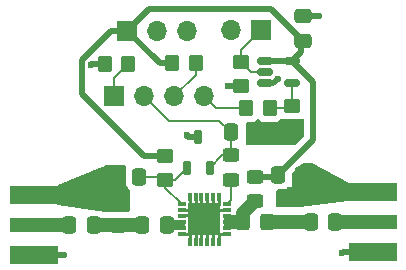
<source format=gtl>
%TF.GenerationSoftware,KiCad,Pcbnew,8.0.8*%
%TF.CreationDate,2025-02-12T15:11:31-05:00*%
%TF.ProjectId,pa-test-board,70612d74-6573-4742-9d62-6f6172642e6b,rev?*%
%TF.SameCoordinates,Original*%
%TF.FileFunction,Copper,L1,Top*%
%TF.FilePolarity,Positive*%
%FSLAX46Y46*%
G04 Gerber Fmt 4.6, Leading zero omitted, Abs format (unit mm)*
G04 Created by KiCad (PCBNEW 8.0.8) date 2025-02-12 15:11:31*
%MOMM*%
%LPD*%
G01*
G04 APERTURE LIST*
G04 Aperture macros list*
%AMRoundRect*
0 Rectangle with rounded corners*
0 $1 Rounding radius*
0 $2 $3 $4 $5 $6 $7 $8 $9 X,Y pos of 4 corners*
0 Add a 4 corners polygon primitive as box body*
4,1,4,$2,$3,$4,$5,$6,$7,$8,$9,$2,$3,0*
0 Add four circle primitives for the rounded corners*
1,1,$1+$1,$2,$3*
1,1,$1+$1,$4,$5*
1,1,$1+$1,$6,$7*
1,1,$1+$1,$8,$9*
0 Add four rect primitives between the rounded corners*
20,1,$1+$1,$2,$3,$4,$5,0*
20,1,$1+$1,$4,$5,$6,$7,0*
20,1,$1+$1,$6,$7,$8,$9,0*
20,1,$1+$1,$8,$9,$2,$3,0*%
G04 Aperture macros list end*
%TA.AperFunction,SMDPad,CuDef*%
%ADD10RoundRect,0.250000X0.337500X0.475000X-0.337500X0.475000X-0.337500X-0.475000X0.337500X-0.475000X0*%
%TD*%
%TA.AperFunction,SMDPad,CuDef*%
%ADD11RoundRect,0.250000X0.450000X-0.350000X0.450000X0.350000X-0.450000X0.350000X-0.450000X-0.350000X0*%
%TD*%
%TA.AperFunction,SMDPad,CuDef*%
%ADD12RoundRect,0.250000X-0.350000X-0.450000X0.350000X-0.450000X0.350000X0.450000X-0.350000X0.450000X0*%
%TD*%
%TA.AperFunction,SMDPad,CuDef*%
%ADD13RoundRect,0.250000X-0.450000X0.350000X-0.450000X-0.350000X0.450000X-0.350000X0.450000X0.350000X0*%
%TD*%
%TA.AperFunction,ComponentPad*%
%ADD14R,1.700000X1.700000*%
%TD*%
%TA.AperFunction,ComponentPad*%
%ADD15O,1.700000X1.700000*%
%TD*%
%TA.AperFunction,SMDPad,CuDef*%
%ADD16RoundRect,0.250000X0.450000X-0.325000X0.450000X0.325000X-0.450000X0.325000X-0.450000X-0.325000X0*%
%TD*%
%TA.AperFunction,SMDPad,CuDef*%
%ADD17RoundRect,0.162500X0.162500X-0.447500X0.162500X0.447500X-0.162500X0.447500X-0.162500X-0.447500X0*%
%TD*%
%TA.AperFunction,SMDPad,CuDef*%
%ADD18RoundRect,0.250000X-0.325000X-0.450000X0.325000X-0.450000X0.325000X0.450000X-0.325000X0.450000X0*%
%TD*%
%TA.AperFunction,SMDPad,CuDef*%
%ADD19RoundRect,0.250000X-0.337500X-0.475000X0.337500X-0.475000X0.337500X0.475000X-0.337500X0.475000X0*%
%TD*%
%TA.AperFunction,SMDPad,CuDef*%
%ADD20R,4.064000X1.270000*%
%TD*%
%TA.AperFunction,SMDPad,CuDef*%
%ADD21R,4.064000X1.524000*%
%TD*%
%TA.AperFunction,SMDPad,CuDef*%
%ADD22RoundRect,0.250000X-0.475000X0.337500X-0.475000X-0.337500X0.475000X-0.337500X0.475000X0.337500X0*%
%TD*%
%TA.AperFunction,SMDPad,CuDef*%
%ADD23RoundRect,0.250000X-0.450000X0.325000X-0.450000X-0.325000X0.450000X-0.325000X0.450000X0.325000X0*%
%TD*%
%TA.AperFunction,SMDPad,CuDef*%
%ADD24RoundRect,0.150000X-0.512500X-0.150000X0.512500X-0.150000X0.512500X0.150000X-0.512500X0.150000X0*%
%TD*%
%TA.AperFunction,SMDPad,CuDef*%
%ADD25O,0.700000X0.380000*%
%TD*%
%TA.AperFunction,SMDPad,CuDef*%
%ADD26O,0.380000X0.700000*%
%TD*%
%TA.AperFunction,ComponentPad*%
%ADD27C,0.500000*%
%TD*%
%TA.AperFunction,SMDPad,CuDef*%
%ADD28R,2.700000X2.700000*%
%TD*%
%TA.AperFunction,SMDPad,CuDef*%
%ADD29RoundRect,0.250000X0.475000X-0.337500X0.475000X0.337500X-0.475000X0.337500X-0.475000X-0.337500X0*%
%TD*%
%TA.AperFunction,ViaPad*%
%ADD30C,0.600000*%
%TD*%
%TA.AperFunction,Conductor*%
%ADD31C,0.508000*%
%TD*%
%TA.AperFunction,Conductor*%
%ADD32C,0.254000*%
%TD*%
%TA.AperFunction,Conductor*%
%ADD33C,1.201900*%
%TD*%
%TA.AperFunction,Conductor*%
%ADD34C,0.152400*%
%TD*%
%TA.AperFunction,Conductor*%
%ADD35C,0.200000*%
%TD*%
G04 APERTURE END LIST*
D10*
%TO.P,C13,1*%
%TO.N,GND*%
X154877450Y-103550000D03*
%TO.P,C13,2*%
%TO.N,Net-(J4-Pin_2)*%
X152802450Y-103550000D03*
%TD*%
D11*
%TO.P,R3,1*%
%TO.N,GND*%
X153700000Y-99600000D03*
%TO.P,R3,2*%
%TO.N,Net-(J5-Pin_1)*%
X153700000Y-97600000D03*
%TD*%
D12*
%TO.P,R5,1*%
%TO.N,AND*%
X154100000Y-101500000D03*
%TO.P,R5,2*%
%TO.N,Net-(R2-Pad2)*%
X156100000Y-101500000D03*
%TD*%
D13*
%TO.P,R6,1*%
%TO.N,+5V*%
X147277450Y-105550000D03*
%TO.P,R6,2*%
%TO.N,Net-(PA1-Vbias)*%
X147277450Y-107550000D03*
%TD*%
D14*
%TO.P,J1,1,Pin_1*%
%TO.N,+5V*%
X144050000Y-94950000D03*
D15*
%TO.P,J1,2,Pin_2*%
%TO.N,GND*%
X146590000Y-94950000D03*
%TO.P,J1,3,Pin_3*%
%TO.N,unconnected-(J1-Pin_3-Pad3)*%
X149130000Y-94950000D03*
%TD*%
D16*
%TO.P,L2,1,1*%
%TO.N,Net-(C1-Pad2)*%
X143300000Y-111450000D03*
%TO.P,L2,2,2*%
%TO.N,GND*%
X143300000Y-109400000D03*
%TD*%
D17*
%TO.P,D2,1,K*%
%TO.N,Net-(PA1-Vbias)*%
X149127450Y-106550000D03*
%TO.P,D2,2,K*%
%TO.N,Net-(J4-Pin_2)*%
X151027450Y-106550000D03*
%TO.P,D2,3,A*%
%TO.N,GND*%
X150077450Y-103930000D03*
%TD*%
D18*
%TO.P,L11,1,1*%
%TO.N,RFout*%
X153827450Y-111150000D03*
%TO.P,L11,2,2*%
%TO.N,Net-(C11-Pad2)*%
X155877450Y-111150000D03*
%TD*%
D19*
%TO.P,C14,1*%
%TO.N,GND*%
X143002450Y-107350000D03*
%TO.P,C14,2*%
%TO.N,Net-(PA1-Vbias)*%
X145077450Y-107350000D03*
%TD*%
D20*
%TO.P,J2,1,In*%
%TO.N,Net-(J2-In)*%
X136132000Y-111350000D03*
D21*
%TO.P,J2,2,Ext*%
%TO.N,GND*%
X136132000Y-108810000D03*
X136132000Y-113890000D03*
%TD*%
D22*
%TO.P,C11,1*%
%TO.N,GND*%
X157677450Y-109075000D03*
%TO.P,C11,2*%
%TO.N,Net-(C11-Pad2)*%
X157677450Y-111150000D03*
%TD*%
D23*
%TO.P,L1,1,1*%
%TO.N,+5V*%
X154877450Y-107300000D03*
%TO.P,L1,2,2*%
%TO.N,RFout*%
X154877450Y-109350000D03*
%TD*%
D10*
%TO.P,C2,1*%
%TO.N,Net-(J3-In)*%
X161677450Y-111150000D03*
%TO.P,C2,2*%
%TO.N,Net-(C11-Pad2)*%
X159602450Y-111150000D03*
%TD*%
%TO.P,C3,1*%
%TO.N,Net-(C1-Pad2)*%
X141237500Y-111400000D03*
%TO.P,C3,2*%
%TO.N,Net-(J2-In)*%
X139162500Y-111400000D03*
%TD*%
D14*
%TO.P,J4,1,Pin_1*%
%TO.N,Net-(J4-Pin_1)*%
X142932550Y-100500000D03*
D15*
%TO.P,J4,2,Pin_2*%
%TO.N,Net-(J4-Pin_2)*%
X145472550Y-100500000D03*
%TO.P,J4,3,Pin_3*%
%TO.N,Net-(J4-Pin_3)*%
X148012550Y-100500000D03*
%TO.P,J4,4,Pin_4*%
%TO.N,AND*%
X150552550Y-100500000D03*
%TD*%
D23*
%TO.P,R1,1,1*%
%TO.N,Net-(J4-Pin_2)*%
X152877450Y-105500000D03*
%TO.P,R1,2,2*%
%TO.N,Net-(PA1-Iref)*%
X152877450Y-107550000D03*
%TD*%
D14*
%TO.P,J5,1,Pin_1*%
%TO.N,Net-(J5-Pin_1)*%
X155400000Y-94900000D03*
D15*
%TO.P,J5,2,Pin_2*%
%TO.N,GND*%
X152860000Y-94900000D03*
%TD*%
D19*
%TO.P,C7,1*%
%TO.N,+5V*%
X156802450Y-107150000D03*
%TO.P,C7,2*%
%TO.N,GND*%
X158877450Y-107150000D03*
%TD*%
D24*
%TO.P,U1,1*%
%TO.N,+5V*%
X155725000Y-97500000D03*
%TO.P,U1,2*%
%TO.N,Net-(J5-Pin_1)*%
X155725000Y-98450000D03*
%TO.P,U1,3,GND*%
%TO.N,GND*%
X155725000Y-99400000D03*
%TO.P,U1,4*%
%TO.N,Net-(R2-Pad2)*%
X158000000Y-99400000D03*
%TO.P,U1,5,VCC*%
%TO.N,+5V*%
X158000000Y-97500000D03*
%TD*%
D10*
%TO.P,C1,1*%
%TO.N,RFin*%
X147400000Y-111400000D03*
%TO.P,C1,2*%
%TO.N,Net-(C1-Pad2)*%
X145325000Y-111400000D03*
%TD*%
D12*
%TO.P,R8,1*%
%TO.N,GND*%
X142130000Y-97750000D03*
%TO.P,R8,2*%
%TO.N,Net-(J4-Pin_1)*%
X144130000Y-97750000D03*
%TD*%
D20*
%TO.P,J3,1,In*%
%TO.N,Net-(J3-In)*%
X164845450Y-111150000D03*
D21*
%TO.P,J3,2,Ext*%
%TO.N,GND*%
X164845450Y-113690000D03*
X164845450Y-108610000D03*
%TD*%
D25*
%TO.P,PA1,1,Vbias*%
%TO.N,Net-(PA1-Vbias)*%
X148697450Y-109650000D03*
%TO.P,PA1,2,GND*%
%TO.N,GND*%
X148697450Y-110150000D03*
%TO.P,PA1,3,GND*%
X148697450Y-110650000D03*
%TO.P,PA1,4,RFin*%
%TO.N,RFin*%
X148697450Y-111150000D03*
%TO.P,PA1,5,RFin*%
X148697450Y-111650000D03*
%TO.P,PA1,6,GND*%
%TO.N,GND*%
X148697450Y-112150000D03*
D26*
%TO.P,PA1,7,GND*%
X149337450Y-112790000D03*
%TO.P,PA1,8,GND*%
X149837450Y-112790000D03*
%TO.P,PA1,9,GND*%
X150337450Y-112790000D03*
%TO.P,PA1,10,GND*%
X150837450Y-112790000D03*
%TO.P,PA1,11,GND*%
X151337450Y-112790000D03*
%TO.P,PA1,12,GND*%
X151837450Y-112790000D03*
D25*
%TO.P,PA1,13,GND*%
X152477450Y-112150000D03*
%TO.P,PA1,14,RFout*%
%TO.N,RFout*%
X152477450Y-111650000D03*
%TO.P,PA1,15,RFout*%
X152477450Y-111150000D03*
%TO.P,PA1,16,RFout*%
X152477450Y-110650000D03*
%TO.P,PA1,17,GND*%
%TO.N,GND*%
X152477450Y-110150000D03*
%TO.P,PA1,18,Iref*%
%TO.N,Net-(PA1-Iref)*%
X152477450Y-109650000D03*
D26*
%TO.P,PA1,19,GND*%
%TO.N,GND*%
X151837450Y-109010000D03*
%TO.P,PA1,20,GND*%
X151337450Y-109010000D03*
%TO.P,PA1,21,GND*%
X150837450Y-109010000D03*
%TO.P,PA1,22,GND*%
X150337450Y-109010000D03*
%TO.P,PA1,23,GND*%
X149837450Y-109010000D03*
%TO.P,PA1,24,GND*%
X149337450Y-109010000D03*
D27*
%TO.P,PA1,25,GND*%
X149627450Y-109940000D03*
X149627450Y-110580000D03*
X149627450Y-111220000D03*
X149627450Y-111860000D03*
X150267450Y-109940000D03*
X150267450Y-110580000D03*
X150267450Y-111220000D03*
X150267450Y-111860000D03*
D28*
X150587450Y-110900000D03*
D27*
X150907450Y-109940000D03*
X150907450Y-110580000D03*
X150907450Y-111220000D03*
X150907450Y-111860000D03*
X151547450Y-109940000D03*
X151547450Y-110580000D03*
X151547450Y-111220000D03*
X151547450Y-111860000D03*
%TD*%
D11*
%TO.P,R2,1*%
%TO.N,GND*%
X158000000Y-103300000D03*
%TO.P,R2,2*%
%TO.N,Net-(R2-Pad2)*%
X158000000Y-101300000D03*
%TD*%
D29*
%TO.P,C4,1*%
%TO.N,+5V*%
X158900000Y-95775000D03*
%TO.P,C4,2*%
%TO.N,GND*%
X158900000Y-93700000D03*
%TD*%
D12*
%TO.P,R4,1*%
%TO.N,+5V*%
X147852550Y-97700000D03*
%TO.P,R4,2*%
%TO.N,Net-(J4-Pin_3)*%
X149852550Y-97700000D03*
%TD*%
D30*
%TO.N,GND*%
X138677450Y-108950000D03*
X141877450Y-107550000D03*
X138677450Y-113950000D03*
X159877450Y-108150000D03*
X149100000Y-103800000D03*
X159077450Y-108950000D03*
X160300000Y-93700000D03*
X162277450Y-113750000D03*
X156800000Y-99000000D03*
X156000000Y-103600000D03*
X141877450Y-109150000D03*
X162277450Y-108750000D03*
X152600000Y-99600000D03*
X156800000Y-103300000D03*
X140952550Y-97800000D03*
%TD*%
D31*
%TO.N,+5V*%
X142692000Y-94950000D02*
X140246150Y-97395850D01*
X159800000Y-99300000D02*
X158000000Y-97500000D01*
X147852550Y-97700000D02*
X146800000Y-97700000D01*
X144050000Y-94950000D02*
X145900000Y-93100000D01*
X156225000Y-93100000D02*
X158800000Y-95675000D01*
X159800000Y-104152450D02*
X159800000Y-99300000D01*
X155725000Y-97500000D02*
X158000000Y-97500000D01*
X145469750Y-105550000D02*
X147277450Y-105550000D01*
X158800000Y-96700000D02*
X158000000Y-97500000D01*
X147277450Y-105550000D02*
X147627450Y-105200000D01*
X140246150Y-97395850D02*
X140246150Y-100326400D01*
X144050000Y-94950000D02*
X142692000Y-94950000D01*
X154900000Y-107277450D02*
X154877450Y-107300000D01*
X156652450Y-107300000D02*
X156802450Y-107150000D01*
X154877450Y-107300000D02*
X156652450Y-107300000D01*
X156802450Y-107150000D02*
X159800000Y-104152450D01*
X140246150Y-100326400D02*
X145469750Y-105550000D01*
X145900000Y-93100000D02*
X156225000Y-93100000D01*
X146800000Y-97700000D02*
X144050000Y-94950000D01*
X144050000Y-94950000D02*
X144330000Y-94950000D01*
X158800000Y-95675000D02*
X158800000Y-96700000D01*
D32*
%TO.N,GND*%
X149337450Y-112790000D02*
X149337450Y-112150000D01*
D31*
X142002450Y-109275000D02*
X141877450Y-109150000D01*
X138617450Y-113890000D02*
X138677450Y-113950000D01*
D32*
X151837450Y-112790000D02*
X151837450Y-112150000D01*
D31*
X149230000Y-103930000D02*
X149100000Y-103800000D01*
X136132000Y-113890000D02*
X138617450Y-113890000D01*
D32*
X149320450Y-112167000D02*
X148697450Y-112167000D01*
D31*
X158000000Y-103300000D02*
X156800000Y-103300000D01*
D32*
X148750450Y-110580000D02*
X148697450Y-110633000D01*
X151854450Y-112167000D02*
X152477450Y-112167000D01*
X151837450Y-109010000D02*
X151837450Y-109650000D01*
X150337450Y-112790000D02*
X150337450Y-111930000D01*
D31*
X164845450Y-108610000D02*
X162417450Y-108610000D01*
X155950000Y-103550000D02*
X156000000Y-103600000D01*
D32*
X151547450Y-109940000D02*
X151740450Y-110133000D01*
X148697450Y-110150000D02*
X149417450Y-110150000D01*
D31*
X142130000Y-97750000D02*
X141002550Y-97750000D01*
D32*
X149837450Y-112070000D02*
X149627450Y-111860000D01*
D31*
X162417450Y-108610000D02*
X162277450Y-108750000D01*
D32*
X150337450Y-109010000D02*
X150337450Y-109870000D01*
D31*
X136132000Y-108810000D02*
X138537450Y-108810000D01*
D32*
X150837450Y-111930000D02*
X150907450Y-111860000D01*
X149417450Y-110150000D02*
X149627450Y-109940000D01*
X150337450Y-111930000D02*
X150267450Y-111860000D01*
D31*
X162337450Y-113690000D02*
X162277450Y-113750000D01*
X158900000Y-93700000D02*
X160300000Y-93700000D01*
D32*
X149337450Y-112150000D02*
X149627450Y-111860000D01*
D31*
X150077450Y-103930000D02*
X149230000Y-103930000D01*
X143002450Y-107350000D02*
X142077450Y-107350000D01*
D32*
X151837450Y-109650000D02*
X151547450Y-109940000D01*
X150837450Y-112790000D02*
X150837450Y-111930000D01*
X149837450Y-109010000D02*
X149837450Y-109510000D01*
X149337450Y-109010000D02*
X149337450Y-109650000D01*
D31*
X157677450Y-109075000D02*
X158952450Y-109075000D01*
X142077450Y-107350000D02*
X141877450Y-107550000D01*
X154877450Y-103550000D02*
X155950000Y-103550000D01*
D32*
X151337450Y-112790000D02*
X151337450Y-112070000D01*
X149627450Y-110580000D02*
X148750450Y-110580000D01*
X149337450Y-109650000D02*
X149627450Y-109940000D01*
X151740450Y-110133000D02*
X152477450Y-110133000D01*
X151547450Y-111860000D02*
X151854450Y-112167000D01*
D31*
X138537450Y-108810000D02*
X138677450Y-108950000D01*
D32*
X150837450Y-109870000D02*
X150907450Y-109940000D01*
X151837450Y-112150000D02*
X151547450Y-111860000D01*
D31*
X164845450Y-113690000D02*
X162337450Y-113690000D01*
X141002550Y-97750000D02*
X140952550Y-97800000D01*
D32*
X149837450Y-109510000D02*
X150267450Y-109940000D01*
X149627450Y-111860000D02*
X149320450Y-112167000D01*
D31*
X156400000Y-99400000D02*
X156800000Y-99000000D01*
D32*
X149837450Y-112790000D02*
X149837450Y-112070000D01*
X150337450Y-109870000D02*
X150267450Y-109940000D01*
D31*
X143277450Y-109275000D02*
X142002450Y-109275000D01*
D32*
X150837450Y-109010000D02*
X150837450Y-109870000D01*
X151337450Y-109010000D02*
X151337450Y-109730000D01*
D31*
X158952450Y-109075000D02*
X159077450Y-108950000D01*
D32*
X151337450Y-109730000D02*
X151547450Y-109940000D01*
D31*
X153700000Y-99600000D02*
X152600000Y-99600000D01*
X158877450Y-107150000D02*
X159877450Y-108150000D01*
D32*
X151337450Y-112070000D02*
X151547450Y-111860000D01*
D31*
X155725000Y-99400000D02*
X156400000Y-99400000D01*
D33*
%TO.N,Net-(J2-In)*%
X136132000Y-111350000D02*
X139112500Y-111350000D01*
X139112500Y-111350000D02*
X139162500Y-111400000D01*
D31*
%TO.N,RFin*%
X148641450Y-111350000D02*
X148697450Y-111294000D01*
X147277450Y-111250000D02*
X148541450Y-111250000D01*
X147277450Y-111550000D02*
X148641450Y-111550000D01*
X148541450Y-111350000D02*
X148697450Y-111506000D01*
D33*
%TO.N,RFout*%
X153827450Y-111150000D02*
X152738400Y-111150000D01*
X154877450Y-109350000D02*
X153827450Y-110400000D01*
X153827450Y-110400000D02*
X153827450Y-111150000D01*
%TO.N,Net-(J3-In)*%
X161677450Y-111150000D02*
X164845450Y-111150000D01*
D34*
%TO.N,Net-(PA1-Vbias)*%
X147277450Y-107550000D02*
X147277450Y-108230000D01*
X147277450Y-108230000D02*
X148697450Y-109650000D01*
X149127450Y-106550000D02*
X148127450Y-107550000D01*
X145077450Y-107350000D02*
X147077450Y-107350000D01*
X148127450Y-107550000D02*
X147277450Y-107550000D01*
X147077450Y-107350000D02*
X147277450Y-107550000D01*
%TO.N,Net-(J4-Pin_1)*%
X142932550Y-98947450D02*
X144130000Y-97750000D01*
X142932550Y-100500000D02*
X142932550Y-98947450D01*
%TO.N,Net-(PA1-Iref)*%
X152877450Y-109250000D02*
X152477450Y-109650000D01*
X152877450Y-107550000D02*
X152877450Y-109250000D01*
D33*
%TO.N,Net-(C1-Pad2)*%
X145325000Y-111400000D02*
X143350000Y-111400000D01*
X143350000Y-111400000D02*
X143300000Y-111450000D01*
X143250000Y-111400000D02*
X143300000Y-111450000D01*
X141237500Y-111400000D02*
X143250000Y-111400000D01*
%TO.N,Net-(C11-Pad2)*%
X157677450Y-111150000D02*
X159602450Y-111150000D01*
X155877450Y-111150000D02*
X157677450Y-111150000D01*
D35*
%TO.N,AND*%
X154100000Y-101500000D02*
X151552550Y-101500000D01*
X151552550Y-101500000D02*
X150552550Y-100500000D01*
D34*
%TO.N,Net-(J5-Pin_1)*%
X153700000Y-97600000D02*
X154550000Y-98450000D01*
X154550000Y-98450000D02*
X155725000Y-98450000D01*
X153700000Y-96600000D02*
X155400000Y-94900000D01*
X153700000Y-97600000D02*
X153700000Y-96600000D01*
%TO.N,Net-(R2-Pad2)*%
X158000000Y-99400000D02*
X158000000Y-101300000D01*
X157800000Y-101500000D02*
X158000000Y-101300000D01*
X156100000Y-101500000D02*
X157800000Y-101500000D01*
%TO.N,Net-(J4-Pin_2)*%
X151852450Y-102600000D02*
X152802450Y-103550000D01*
X152802450Y-103550000D02*
X152802450Y-103282450D01*
X152802450Y-103550000D02*
X152802450Y-105425000D01*
X152877450Y-105500000D02*
X152077450Y-105500000D01*
X145472550Y-100500000D02*
X147572550Y-102600000D01*
X152802450Y-105425000D02*
X152877450Y-105500000D01*
X152077450Y-105500000D02*
X151027450Y-106550000D01*
X147572550Y-102600000D02*
X151852450Y-102600000D01*
D35*
%TO.N,Net-(J4-Pin_3)*%
X149852550Y-97700000D02*
X149852550Y-98660000D01*
X149852550Y-98660000D02*
X148012550Y-100500000D01*
%TD*%
%TA.AperFunction,Conductor*%
%TO.N,GND*%
G36*
X159704732Y-106164493D02*
G01*
X162811626Y-107815031D01*
X162861594Y-107863865D01*
X162877450Y-107924536D01*
X162877450Y-109239885D01*
X162857765Y-109306924D01*
X162804961Y-109352679D01*
X162768108Y-109363016D01*
X158684750Y-109849131D01*
X158670092Y-109850000D01*
X156801450Y-109850000D01*
X156734411Y-109830315D01*
X156688656Y-109777511D01*
X156677450Y-109726000D01*
X156677450Y-108499499D01*
X156697135Y-108432460D01*
X156749939Y-108386705D01*
X156801447Y-108375499D01*
X157189958Y-108375499D01*
X157292747Y-108364999D01*
X157459284Y-108309814D01*
X157608606Y-108217712D01*
X157618786Y-108207531D01*
X157680103Y-108174046D01*
X157696941Y-108171577D01*
X157977450Y-108150000D01*
X157977450Y-107093386D01*
X157997135Y-107026347D01*
X158013769Y-107005705D01*
X158833155Y-106186319D01*
X158894478Y-106152834D01*
X158920836Y-106150000D01*
X159646558Y-106150000D01*
X159704732Y-106164493D01*
G37*
%TD.AperFunction*%
%TD*%
%TA.AperFunction,Conductor*%
%TO.N,GND*%
G36*
X143920489Y-106369685D02*
G01*
X143966244Y-106422489D01*
X143977450Y-106474000D01*
X143977450Y-108050000D01*
X144083879Y-108191905D01*
X144090204Y-108201189D01*
X144147238Y-108293656D01*
X144147239Y-108293657D01*
X144192821Y-108339239D01*
X144204340Y-108352520D01*
X144252650Y-108416933D01*
X144277126Y-108482375D01*
X144277450Y-108491333D01*
X144277450Y-110126000D01*
X144257765Y-110193039D01*
X144204961Y-110238794D01*
X144153450Y-110250000D01*
X142186474Y-110250000D01*
X142168519Y-110248693D01*
X138183495Y-109665518D01*
X138120012Y-109636334D01*
X138082386Y-109577461D01*
X138077450Y-109542825D01*
X138077450Y-108132822D01*
X138097135Y-108065783D01*
X138149939Y-108020028D01*
X138153956Y-108018278D01*
X141878391Y-106474000D01*
X142154644Y-106359455D01*
X142202138Y-106350000D01*
X143853450Y-106350000D01*
X143920489Y-106369685D01*
G37*
%TD.AperFunction*%
%TD*%
%TA.AperFunction,Conductor*%
%TO.N,GND*%
G36*
X157496830Y-102400410D02*
G01*
X157496834Y-102400339D01*
X157499966Y-102400497D01*
X157499991Y-102400500D01*
X158500008Y-102400499D01*
X158500014Y-102400498D01*
X158503164Y-102400338D01*
X158503167Y-102400409D01*
X158511211Y-102400000D01*
X158921500Y-102400000D01*
X158988539Y-102419685D01*
X159034294Y-102472489D01*
X159045500Y-102524000D01*
X159045500Y-103788563D01*
X159025815Y-103855602D01*
X159009181Y-103876244D01*
X158321744Y-104563681D01*
X158260421Y-104597166D01*
X158234063Y-104600000D01*
X154224000Y-104600000D01*
X154156961Y-104580315D01*
X154111206Y-104527511D01*
X154100000Y-104476000D01*
X154100000Y-102824499D01*
X154119685Y-102757460D01*
X154172489Y-102711705D01*
X154223998Y-102700499D01*
X154500008Y-102700499D01*
X154602797Y-102689999D01*
X154769334Y-102634814D01*
X154918656Y-102542712D01*
X155012319Y-102449049D01*
X155073642Y-102415564D01*
X155143334Y-102420548D01*
X155187681Y-102449049D01*
X155281344Y-102542712D01*
X155430666Y-102634814D01*
X155597203Y-102689999D01*
X155699991Y-102700500D01*
X156500008Y-102700499D01*
X156500016Y-102700498D01*
X156500019Y-102700498D01*
X156556302Y-102694748D01*
X156602797Y-102689999D01*
X156769334Y-102634814D01*
X156918656Y-102542712D01*
X157025049Y-102436319D01*
X157086372Y-102402834D01*
X157112730Y-102400000D01*
X157488777Y-102400000D01*
X157496830Y-102400410D01*
G37*
%TD.AperFunction*%
%TD*%
M02*

</source>
